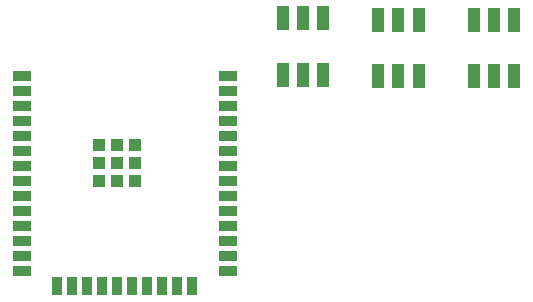
<source format=gbr>
%TF.GenerationSoftware,KiCad,Pcbnew,8.0.4*%
%TF.CreationDate,2024-07-25T02:22:49-04:00*%
%TF.ProjectId,esp32-mqtt-bot,65737033-322d-46d7-9174-742d626f742e,rev?*%
%TF.SameCoordinates,Original*%
%TF.FileFunction,Paste,Top*%
%TF.FilePolarity,Positive*%
%FSLAX46Y46*%
G04 Gerber Fmt 4.6, Leading zero omitted, Abs format (unit mm)*
G04 Created by KiCad (PCBNEW 8.0.4) date 2024-07-25 02:22:49*
%MOMM*%
%LPD*%
G01*
G04 APERTURE LIST*
%ADD10R,1.100000X2.000000*%
%ADD11R,1.500000X0.900000*%
%ADD12R,0.900000X1.500000*%
%ADD13R,1.050000X1.050000*%
G04 APERTURE END LIST*
D10*
%TO.C,D3*%
X116736666Y-94200000D03*
X115036666Y-94200000D03*
X113336666Y-94200000D03*
X113336666Y-99000000D03*
X115036666Y-99000000D03*
X116736666Y-99000000D03*
%TD*%
%TO.C,D2*%
X124818332Y-94300000D03*
X123118332Y-94300000D03*
X121418332Y-94300000D03*
X121418332Y-99100000D03*
X123118332Y-99100000D03*
X124818332Y-99100000D03*
%TD*%
%TO.C,D1*%
X132900000Y-94300000D03*
X131200000Y-94300000D03*
X129500000Y-94300000D03*
X129500000Y-99100000D03*
X131200000Y-99100000D03*
X132900000Y-99100000D03*
%TD*%
D11*
%TO.C,U1*%
X91205000Y-99085000D03*
X91205000Y-100355000D03*
X91205000Y-101625000D03*
X91205000Y-102895000D03*
X91205000Y-104165000D03*
X91205000Y-105435000D03*
X91205000Y-106705000D03*
X91205000Y-107975000D03*
X91205000Y-109245000D03*
X91205000Y-110515000D03*
X91205000Y-111785000D03*
X91205000Y-113055000D03*
X91205000Y-114325000D03*
X91205000Y-115595000D03*
D12*
X94245000Y-116845000D03*
X95515000Y-116845000D03*
X96785000Y-116845000D03*
X98055000Y-116845000D03*
X99325000Y-116845000D03*
X100595000Y-116845000D03*
X101865000Y-116845000D03*
X103135000Y-116845000D03*
X104405000Y-116845000D03*
X105675000Y-116845000D03*
D11*
X108705000Y-115595000D03*
X108705000Y-114325000D03*
X108705000Y-113055000D03*
X108705000Y-111785000D03*
X108705000Y-110515000D03*
X108705000Y-109245000D03*
X108705000Y-107975000D03*
X108705000Y-106705000D03*
X108705000Y-105435000D03*
X108705000Y-104165000D03*
X108705000Y-102895000D03*
X108705000Y-101625000D03*
X108705000Y-100355000D03*
X108705000Y-99085000D03*
D13*
X97750000Y-104900000D03*
X97750000Y-106425000D03*
X97750000Y-107950000D03*
X99275000Y-104900000D03*
X99275000Y-106425000D03*
X99275000Y-107950000D03*
X100800000Y-104900000D03*
X100800000Y-106425000D03*
X100800000Y-107950000D03*
%TD*%
M02*

</source>
